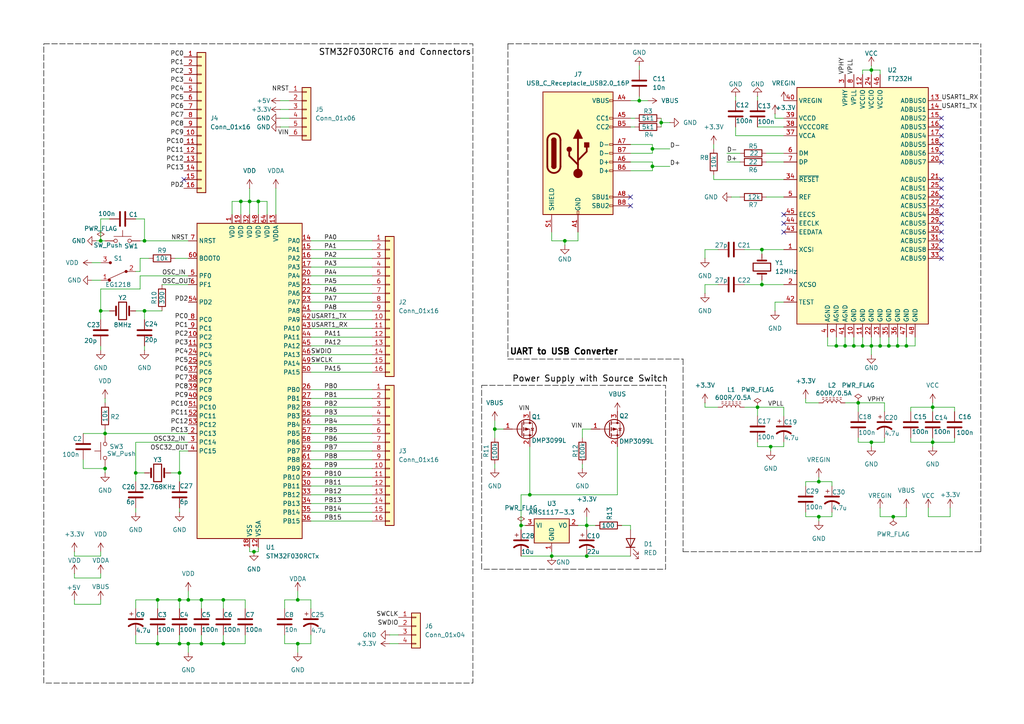
<source format=kicad_sch>
(kicad_sch (version 20250114) (generator "eeschema") (generator_version "9.0")
  (paper "A4")
  (title_block (title "STM32F030 Dev Board") (date "2025-04-29") (rev "v0.1") (comment 4 "Author: Alvin La"))
  (rectangle (start 12.7 12.7) (end 137.16 198.12) (stroke (width 0) (type dash) (color 0 0 0 1)))
  (rectangle (start 139.7 111.76) (end 193.04 165.1) (stroke (width 0) (type dash) (color 0 0 0 1)))
  (text "UART to USB Converter" (at 163.576 102.108 0) (effects (font (size 1.778 1.778) (thickness 0.3556) (bold yes))))
  (text "STM32F030RCT6 and Connectors" (at 114.554 15.24 0) (effects (font (size 1.778 1.778) (thickness 0.2223))))
  (text "Power Supply with Source Switch" (at 171.196 109.982 0) (effects (font (size 1.778 1.778) (thickness 0.2223))))
  (junction (at 58.42 173.99))
  (junction (at 252.73 20.32))
  (junction (at 29.21 69.85))
  (junction (at 30.48 135.89))
  (junction (at 185.42 29.21))
  (junction (at 86.36 173.99))
  (junction (at 191.77 35.56))
  (junction (at 52.07 137.16))
  (junction (at 189.23 48.26))
  (junction (at 247.65 100.33))
  (junction (at 270.51 118.11))
  (junction (at 52.07 173.99))
  (junction (at 237.49 139.7))
  (junction (at 237.49 149.86))
  (junction (at 73.66 160.02))
  (junction (at 160.02 161.29))
  (junction (at 220.98 82.55))
  (junction (at 54.61 186.69))
  (junction (at 255.27 100.33))
  (junction (at 30.48 125.73))
  (junction (at 189.23 43.18))
  (junction (at 45.72 186.69))
  (junction (at 58.42 186.69))
  (junction (at 220.98 72.39))
  (junction (at 250.19 100.33))
  (junction (at 170.18 161.29))
  (junction (at 223.52 129.54))
  (junction (at 64.77 173.99))
  (junction (at 74.93 58.42))
  (junction (at 69.85 58.42))
  (junction (at 52.07 186.69))
  (junction (at 245.11 100.33))
  (junction (at 39.37 137.16))
  (junction (at 54.61 173.99))
  (junction (at 143.51 124.46))
  (junction (at 41.91 69.85))
  (junction (at 270.51 128.27))
  (junction (at 29.21 90.17))
  (junction (at 248.92 116.84))
  (junction (at 242.57 100.33))
  (junction (at 64.77 186.69))
  (junction (at 72.39 58.42))
  (junction (at 45.72 173.99))
  (junction (at 86.36 186.69))
  (junction (at 252.73 100.33))
  (junction (at 262.89 100.33))
  (junction (at 252.73 128.27))
  (junction (at 257.81 100.33))
  (junction (at 41.91 90.17))
  (junction (at 259.08 149.86))
  (junction (at 163.83 69.85))
  (junction (at 151.13 152.4))
  (junction (at 219.71 118.11))
  (junction (at 153.67 143.51))
  (junction (at 170.18 152.4))
  (junction (at 260.35 100.33))
  (no_connect (at 273.05 44.45))
  (no_connect (at 227.33 64.77))
  (no_connect (at 273.05 52.07))
  (no_connect (at 273.05 54.61))
  (no_connect (at 273.05 57.15))
  (no_connect (at 182.88 59.69))
  (no_connect (at 273.05 59.69))
  (no_connect (at 273.05 64.77))
  (no_connect (at 273.05 62.23))
  (no_connect (at 227.33 62.23))
  (no_connect (at 273.05 67.31))
  (no_connect (at 273.05 36.83))
  (no_connect (at 273.05 69.85))
  (no_connect (at 273.05 72.39))
  (no_connect (at 273.05 34.29))
  (no_connect (at 273.05 39.37))
  (no_connect (at 273.05 41.91))
  (no_connect (at 273.05 74.93))
  (no_connect (at 53.34 52.07))
  (no_connect (at 182.88 57.15))
  (no_connect (at 273.05 46.99))
  (no_connect (at 227.33 67.31))
  (wire (pts (xy 215.9 118.11) (xy 219.71 118.11)))
  (wire (pts (xy 222.25 46.99) (xy 227.33 46.99)))
  (wire (pts (xy 69.85 58.42) (xy 69.85 62.23)))
  (wire (pts (xy 270.51 128.27) (xy 270.51 129.54)))
  (wire (pts (xy 240.03 100.33) (xy 242.57 100.33)))
  (wire (pts (xy 72.39 160.02) (xy 73.66 160.02)))
  (wire (pts (xy 233.68 116.84) (xy 237.49 116.84)))
  (wire (pts (xy 227.33 118.11) (xy 219.71 118.11)))
  (wire (pts (xy 250.19 21.59) (xy 250.19 20.32)))
  (wire (pts (xy 241.3 140.97) (xy 241.3 139.7)))
  (wire (pts (xy 252.73 20.32) (xy 252.73 21.59)))
  (wire (pts (xy 256.54 116.84) (xy 248.92 116.84)))
  (wire (pts (xy 182.88 46.99) (xy 189.23 46.99)))
  (wire (pts (xy 204.47 116.84) (xy 204.47 118.11)))
  (wire (pts (xy 204.47 82.55) (xy 204.47 85.09)))
  (wire (pts (xy 255.27 147.32) (xy 255.27 149.86)))
  (wire (pts (xy 224.79 33.02) (xy 224.79 34.29)))
  (wire (pts (xy 220.98 82.55) (xy 227.33 82.55)))
  (wire (pts (xy 21.59 167.64) (xy 29.21 167.64)))
  (wire (pts (xy 220.98 72.39) (xy 227.33 72.39)))
  (wire (pts (xy 54.61 171.45) (xy 54.61 173.99)))
  (wire (pts (xy 248.92 116.84) (xy 248.92 119.38)))
  (wire (pts (xy 39.37 147.32) (xy 39.37 148.59)))
  (wire (pts (xy 227.33 120.65) (xy 227.33 118.11)))
  (wire (pts (xy 24.13 135.89) (xy 30.48 135.89)))
  (wire (pts (xy 237.49 149.86) (xy 237.49 151.13)))
  (wire (pts (xy 182.88 44.45) (xy 189.23 44.45)))
  (wire (pts (xy 30.48 124.46) (xy 30.48 125.73)))
  (wire (pts (xy 90.17 105.41) (xy 107.95 105.41)))
  (wire (pts (xy 21.59 160.02) (xy 21.59 161.29)))
  (wire (pts (xy 39.37 78.74) (xy 40.64 78.74)))
  (wire (pts (xy 219.71 27.94) (xy 219.71 29.21)))
  (wire (pts (xy 71.12 186.69) (xy 64.77 186.69)))
  (wire (pts (xy 90.17 176.53) (xy 90.17 173.99)))
  (wire (pts (xy 179.07 129.54) (xy 179.07 143.51)))
  (wire (pts (xy 264.16 118.11) (xy 270.51 118.11)))
  (wire (pts (xy 219.71 36.83) (xy 227.33 36.83)))
  (wire (pts (xy 241.3 148.59) (xy 241.3 149.86)))
  (wire (pts (xy 45.72 186.69) (xy 52.07 186.69)))
  (wire (pts (xy 189.23 48.26) (xy 189.23 49.53)))
  (wire (pts (xy 90.17 135.89) (xy 107.95 135.89)))
  (wire (pts (xy 72.39 58.42) (xy 74.93 58.42)))
  (wire (pts (xy 207.01 41.91) (xy 207.01 43.18)))
  (wire (pts (xy 90.17 77.47) (xy 107.95 77.47)))
  (wire (pts (xy 255.27 149.86) (xy 259.08 149.86)))
  (wire (pts (xy 90.17 148.59) (xy 107.95 148.59)))
  (wire (pts (xy 189.23 49.53) (xy 182.88 49.53)))
  (wire (pts (xy 52.07 147.32) (xy 52.07 148.59)))
  (wire (pts (xy 41.91 69.85) (xy 40.64 69.85)))
  (wire (pts (xy 41.91 63.5) (xy 41.91 69.85)))
  (wire (pts (xy 255.27 97.79) (xy 255.27 100.33)))
  (wire (pts (xy 113.03 186.69) (xy 115.57 186.69)))
  (wire (pts (xy 90.17 97.79) (xy 107.95 97.79)))
  (wire (pts (xy 264.16 127) (xy 264.16 128.27)))
  (wire (pts (xy 151.13 152.4) (xy 152.4 152.4)))
  (wire (pts (xy 262.89 147.32) (xy 262.89 149.86)))
  (wire (pts (xy 39.37 90.17) (xy 41.91 90.17)))
  (wire (pts (xy 41.91 69.85) (xy 54.61 69.85)))
  (wire (pts (xy 215.9 82.55) (xy 220.98 82.55)))
  (wire (pts (xy 64.77 184.15) (xy 64.77 186.69)))
  (wire (pts (xy 160.02 67.31) (xy 160.02 69.85)))
  (wire (pts (xy 269.24 147.32) (xy 269.24 149.86)))
  (wire (pts (xy 276.86 127) (xy 276.86 128.27)))
  (wire (pts (xy 90.17 74.93) (xy 107.95 74.93)))
  (wire (pts (xy 50.8 74.93) (xy 54.61 74.93)))
  (wire (pts (xy 69.85 58.42) (xy 72.39 58.42)))
  (wire (pts (xy 39.37 176.53) (xy 39.37 173.99)))
  (wire (pts (xy 52.07 186.69) (xy 54.61 186.69)))
  (wire (pts (xy 257.81 97.79) (xy 257.81 100.33)))
  (wire (pts (xy 40.64 80.01) (xy 40.64 83.82)))
  (wire (pts (xy 210.82 44.45) (xy 214.63 44.45)))
  (wire (pts (xy 223.52 129.54) (xy 223.52 130.81)))
  (wire (pts (xy 270.51 118.11) (xy 270.51 119.38)))
  (wire (pts (xy 54.61 173.99) (xy 52.07 173.99)))
  (wire (pts (xy 90.17 133.35) (xy 107.95 133.35)))
  (wire (pts (xy 220.98 72.39) (xy 220.98 73.66)))
  (wire (pts (xy 185.42 27.94) (xy 185.42 29.21)))
  (polyline (pts (xy 147.32 12.7) (xy 147.32 104.14)) (stroke (width 0) (type dash) (color 0 0 0 1)))
  (wire (pts (xy 24.13 133.35) (xy 24.13 135.89)))
  (wire (pts (xy 224.79 87.63) (xy 224.79 90.17)))
  (wire (pts (xy 189.23 43.18) (xy 189.23 44.45)))
  (wire (pts (xy 250.19 100.33) (xy 252.73 100.33)))
  (wire (pts (xy 212.09 57.15) (xy 214.63 57.15)))
  (wire (pts (xy 257.81 100.33) (xy 255.27 100.33)))
  (wire (pts (xy 39.37 186.69) (xy 45.72 186.69)))
  (wire (pts (xy 74.93 158.75) (xy 74.93 160.02)))
  (wire (pts (xy 151.13 143.51) (xy 151.13 152.4)))
  (wire (pts (xy 82.55 173.99) (xy 86.36 173.99)))
  (wire (pts (xy 170.18 152.4) (xy 172.72 152.4)))
  (wire (pts (xy 90.17 123.19) (xy 107.95 123.19)))
  (wire (pts (xy 40.64 80.01) (xy 54.61 80.01)))
  (wire (pts (xy 168.91 124.46) (xy 171.45 124.46)))
  (polyline (pts (xy 198.12 160.02) (xy 284.48 160.02)) (stroke (width 0) (type dash) (color 0 0 0 1)))
  (polyline (pts (xy 198.12 104.14) (xy 198.12 160.02)) (stroke (width 0) (type dash) (color 0 0 0 1)))
  (wire (pts (xy 39.37 128.27) (xy 39.37 137.16)))
  (wire (pts (xy 90.17 113.03) (xy 107.95 113.03)))
  (wire (pts (xy 41.91 100.33) (xy 41.91 101.6)))
  (wire (pts (xy 233.68 115.57) (xy 233.68 116.84)))
  (wire (pts (xy 179.07 143.51) (xy 153.67 143.51)))
  (wire (pts (xy 262.89 100.33) (xy 260.35 100.33)))
  (wire (pts (xy 90.17 184.15) (xy 90.17 186.69)))
  (wire (pts (xy 54.61 186.69) (xy 54.61 189.23)))
  (wire (pts (xy 82.55 176.53) (xy 82.55 173.99)))
  (wire (pts (xy 39.37 137.16) (xy 39.37 139.7)))
  (wire (pts (xy 185.42 29.21) (xy 187.96 29.21)))
  (wire (pts (xy 250.19 97.79) (xy 250.19 100.33)))
  (wire (pts (xy 264.16 119.38) (xy 264.16 118.11)))
  (wire (pts (xy 185.42 19.05) (xy 185.42 20.32)))
  (wire (pts (xy 233.68 149.86) (xy 237.49 149.86)))
  (wire (pts (xy 256.54 127) (xy 256.54 128.27)))
  (wire (pts (xy 40.64 74.93) (xy 40.64 78.74)))
  (wire (pts (xy 219.71 129.54) (xy 223.52 129.54)))
  (wire (pts (xy 240.03 97.79) (xy 240.03 100.33)))
  (wire (pts (xy 90.17 87.63) (xy 107.95 87.63)))
  (wire (pts (xy 182.88 41.91) (xy 189.23 41.91)))
  (wire (pts (xy 29.21 63.5) (xy 31.75 63.5)))
  (wire (pts (xy 64.77 173.99) (xy 58.42 173.99)))
  (wire (pts (xy 29.21 175.26) (xy 29.21 173.99)))
  (wire (pts (xy 39.37 63.5) (xy 41.91 63.5)))
  (wire (pts (xy 90.17 95.25) (xy 107.95 95.25)))
  (wire (pts (xy 49.53 137.16) (xy 52.07 137.16)))
  (wire (pts (xy 256.54 128.27) (xy 252.73 128.27)))
  (wire (pts (xy 151.13 161.29) (xy 160.02 161.29)))
  (wire (pts (xy 224.79 34.29) (xy 227.33 34.29)))
  (wire (pts (xy 160.02 161.29) (xy 170.18 161.29)))
  (wire (pts (xy 72.39 54.61) (xy 72.39 58.42)))
  (wire (pts (xy 90.17 92.71) (xy 107.95 92.71)))
  (wire (pts (xy 71.12 173.99) (xy 64.77 173.99)))
  (wire (pts (xy 213.36 39.37) (xy 213.36 36.83)))
  (wire (pts (xy 26.67 76.2) (xy 29.21 76.2)))
  (wire (pts (xy 160.02 160.02) (xy 160.02 161.29)))
  (wire (pts (xy 43.18 74.93) (xy 40.64 74.93)))
  (wire (pts (xy 191.77 34.29) (xy 191.77 35.56)))
  (wire (pts (xy 151.13 152.4) (xy 151.13 153.67)))
  (wire (pts (xy 90.17 85.09) (xy 107.95 85.09)))
  (wire (pts (xy 270.51 127) (xy 270.51 128.27)))
  (wire (pts (xy 219.71 118.11) (xy 219.71 120.65)))
  (wire (pts (xy 113.03 184.15) (xy 115.57 184.15)))
  (wire (pts (xy 248.92 127) (xy 248.92 128.27)))
  (wire (pts (xy 153.67 143.51) (xy 151.13 143.51)))
  (wire (pts (xy 270.51 116.84) (xy 270.51 118.11)))
  (wire (pts (xy 189.23 43.18) (xy 194.31 43.18)))
  (wire (pts (xy 41.91 137.16) (xy 39.37 137.16)))
  (wire (pts (xy 256.54 119.38) (xy 256.54 116.84)))
  (wire (pts (xy 81.28 36.83) (xy 83.82 36.83)))
  (wire (pts (xy 143.51 127) (xy 143.51 124.46)))
  (wire (pts (xy 81.28 29.21) (xy 83.82 29.21)))
  (wire (pts (xy 252.73 97.79) (xy 252.73 100.33)))
  (wire (pts (xy 30.48 69.85) (xy 29.21 69.85)))
  (wire (pts (xy 276.86 119.38) (xy 276.86 118.11)))
  (wire (pts (xy 248.92 128.27) (xy 252.73 128.27)))
  (wire (pts (xy 275.59 147.32) (xy 275.59 149.86)))
  (wire (pts (xy 237.49 139.7) (xy 241.3 139.7)))
  (wire (pts (xy 29.21 100.33) (xy 29.21 101.6)))
  (wire (pts (xy 213.36 27.94) (xy 213.36 29.21)))
  (wire (pts (xy 90.17 120.65) (xy 107.95 120.65)))
  (wire (pts (xy 86.36 186.69) (xy 86.36 189.23)))
  (wire (pts (xy 77.47 62.23) (xy 77.47 58.42)))
  (wire (pts (xy 245.11 97.79) (xy 245.11 100.33)))
  (wire (pts (xy 245.11 116.84) (xy 248.92 116.84)))
  (wire (pts (xy 90.17 69.85) (xy 107.95 69.85)))
  (wire (pts (xy 54.61 130.81) (xy 52.07 130.81)))
  (wire (pts (xy 262.89 97.79) (xy 262.89 100.33)))
  (wire (pts (xy 160.02 69.85) (xy 163.83 69.85)))
  (wire (pts (xy 21.59 175.26) (xy 29.21 175.26)))
  (wire (pts (xy 58.42 173.99) (xy 54.61 173.99)))
  (wire (pts (xy 143.51 134.62) (xy 143.51 135.89)))
  (wire (pts (xy 260.35 100.33) (xy 257.81 100.33)))
  (wire (pts (xy 265.43 97.79) (xy 265.43 100.33)))
  (wire (pts (xy 170.18 161.29) (xy 182.88 161.29)))
  (wire (pts (xy 252.73 100.33) (xy 252.73 102.87)))
  (wire (pts (xy 58.42 176.53) (xy 58.42 173.99)))
  (wire (pts (xy 250.19 20.32) (xy 252.73 20.32)))
  (wire (pts (xy 29.21 63.5) (xy 29.21 69.85)))
  (wire (pts (xy 72.39 58.42) (xy 72.39 62.23)))
  (wire (pts (xy 237.49 149.86) (xy 241.3 149.86)))
  (wire (pts (xy 227.33 39.37) (xy 213.36 39.37)))
  (wire (pts (xy 143.51 121.92) (xy 143.51 124.46)))
  (wire (pts (xy 39.37 184.15) (xy 39.37 186.69)))
  (wire (pts (xy 265.43 100.33) (xy 262.89 100.33)))
  (wire (pts (xy 182.88 152.4) (xy 182.88 153.67)))
  (wire (pts (xy 247.65 100.33) (xy 250.19 100.33)))
  (wire (pts (xy 58.42 184.15) (xy 58.42 186.69)))
  (wire (pts (xy 233.68 148.59) (xy 233.68 149.86)))
  (wire (pts (xy 208.28 82.55) (xy 204.47 82.55)))
  (wire (pts (xy 170.18 152.4) (xy 170.18 153.67)))
  (wire (pts (xy 168.91 127) (xy 168.91 124.46)))
  (wire (pts (xy 189.23 48.26) (xy 194.31 48.26)))
  (wire (pts (xy 80.01 54.61) (xy 80.01 62.23)))
  (wire (pts (xy 64.77 186.69) (xy 58.42 186.69)))
  (wire (pts (xy 90.17 107.95) (xy 107.95 107.95)))
  (wire (pts (xy 255.27 100.33) (xy 252.73 100.33)))
  (wire (pts (xy 54.61 186.69) (xy 58.42 186.69)))
  (wire (pts (xy 182.88 34.29) (xy 184.15 34.29)))
  (wire (pts (xy 71.12 184.15) (xy 71.12 186.69)))
  (wire (pts (xy 31.75 90.17) (xy 29.21 90.17)))
  (wire (pts (xy 74.93 58.42) (xy 74.93 62.23)))
  (wire (pts (xy 90.17 102.87) (xy 107.95 102.87)))
  (wire (pts (xy 191.77 35.56) (xy 194.31 35.56)))
  (wire (pts (xy 191.77 35.56) (xy 191.77 36.83)))
  (wire (pts (xy 222.25 57.15) (xy 227.33 57.15)))
  (wire (pts (xy 259.08 149.86) (xy 262.89 149.86)))
  (wire (pts (xy 81.28 34.29) (xy 83.82 34.29)))
  (wire (pts (xy 233.68 140.97) (xy 233.68 139.7)))
  (wire (pts (xy 227.33 128.27) (xy 227.33 129.54)))
  (wire (pts (xy 242.57 100.33) (xy 245.11 100.33)))
  (wire (pts (xy 67.31 62.23) (xy 67.31 58.42)))
  (wire (pts (xy 269.24 149.86) (xy 275.59 149.86)))
  (wire (pts (xy 276.86 128.27) (xy 270.51 128.27)))
  (wire (pts (xy 90.17 80.01) (xy 107.95 80.01)))
  (wire (pts (xy 204.47 72.39) (xy 204.47 74.93)))
  (wire (pts (xy 82.55 186.69) (xy 86.36 186.69)))
  (wire (pts (xy 237.49 138.43) (xy 237.49 139.7)))
  (wire (pts (xy 227.33 129.54) (xy 223.52 129.54)))
  (wire (pts (xy 81.28 31.75) (xy 83.82 31.75)))
  (wire (pts (xy 86.36 173.99) (xy 86.36 171.45)))
  (polyline (pts (xy 147.32 104.14) (xy 198.12 104.14)) (stroke (width 0) (type dash) (color 0 0 0 1)))
  (wire (pts (xy 24.13 125.73) (xy 30.48 125.73)))
  (polyline (pts (xy 284.48 160.02) (xy 284.48 12.7)) (stroke (width 0) (type dash) (color 0 0 0 1)))
  (wire (pts (xy 168.91 134.62) (xy 168.91 135.89)))
  (wire (pts (xy 21.59 161.29) (xy 29.21 161.29)))
  (wire (pts (xy 90.17 151.13) (xy 107.95 151.13)))
  (wire (pts (xy 82.55 184.15) (xy 82.55 186.69)))
  (wire (pts (xy 52.07 184.15) (xy 52.07 186.69)))
  (wire (pts (xy 219.71 128.27) (xy 219.71 129.54)))
  (wire (pts (xy 90.17 125.73) (xy 107.95 125.73)))
  (wire (pts (xy 247.65 97.79) (xy 247.65 100.33)))
  (wire (pts (xy 46.99 82.55) (xy 54.61 82.55)))
  (wire (pts (xy 255.27 20.32) (xy 252.73 20.32)))
  (wire (pts (xy 90.17 118.11) (xy 107.95 118.11)))
  (wire (pts (xy 220.98 81.28) (xy 220.98 82.55)))
  (wire (pts (xy 90.17 115.57) (xy 107.95 115.57)))
  (wire (pts (xy 41.91 90.17) (xy 41.91 92.71)))
  (wire (pts (xy 74.93 160.02) (xy 73.66 160.02)))
  (wire (pts (xy 90.17 140.97) (xy 107.95 140.97)))
  (wire (pts (xy 90.17 143.51) (xy 107.95 143.51)))
  (wire (pts (xy 90.17 90.17) (xy 107.95 90.17)))
  (wire (pts (xy 189.23 46.99) (xy 189.23 48.26)))
  (wire (pts (xy 252.73 19.05) (xy 252.73 20.32)))
  (wire (pts (xy 40.64 83.82) (xy 29.21 83.82)))
  (wire (pts (xy 90.17 138.43) (xy 107.95 138.43)))
  (wire (pts (xy 29.21 69.85) (xy 27.94 69.85)))
  (wire (pts (xy 21.59 173.99) (xy 21.59 175.26)))
  (wire (pts (xy 233.68 139.7) (xy 237.49 139.7)))
  (wire (pts (xy 210.82 46.99) (xy 214.63 46.99)))
  (wire (pts (xy 255.27 21.59) (xy 255.27 20.32)))
  (wire (pts (xy 227.33 87.63) (xy 224.79 87.63)))
  (wire (pts (xy 227.33 52.07) (xy 207.01 52.07)))
  (wire (pts (xy 29.21 166.37) (xy 29.21 167.64)))
  (wire (pts (xy 71.12 176.53) (xy 71.12 173.99)))
  (wire (pts (xy 252.73 128.27) (xy 252.73 129.54)))
  (wire (pts (xy 21.59 166.37) (xy 21.59 167.64)))
  (wire (pts (xy 90.17 130.81) (xy 107.95 130.81)))
  (wire (pts (xy 208.28 72.39) (xy 204.47 72.39)))
  (polyline (pts (xy 147.32 12.7) (xy 284.48 12.7)) (stroke (width 0) (type dash) (color 0 0 0 1)))
  (wire (pts (xy 52.07 130.81) (xy 52.07 137.16)))
  (wire (pts (xy 170.18 152.4) (xy 170.18 149.86)))
  (wire (pts (xy 182.88 29.21) (xy 185.42 29.21)))
  (wire (pts (xy 29.21 90.17) (xy 29.21 92.71)))
  (wire (pts (xy 54.61 128.27) (xy 39.37 128.27)))
  (wire (pts (xy 163.83 69.85) (xy 167.64 69.85)))
  (wire (pts (xy 67.31 58.42) (xy 69.85 58.42)))
  (wire (pts (xy 90.17 146.05) (xy 107.95 146.05)))
  (wire (pts (xy 86.36 186.69) (xy 90.17 186.69)))
  (wire (pts (xy 90.17 100.33) (xy 107.95 100.33)))
  (wire (pts (xy 90.17 128.27) (xy 107.95 128.27)))
  (wire (pts (xy 189.23 41.91) (xy 189.23 43.18)))
  (wire (pts (xy 167.64 152.4) (xy 170.18 152.4)))
  (wire (pts (xy 90.17 82.55) (xy 107.95 82.55)))
  (wire (pts (xy 52.07 176.53) (xy 52.07 173.99)))
  (wire (pts (xy 182.88 36.83) (xy 184.15 36.83)))
  (wire (pts (xy 260.35 97.79) (xy 260.35 100.33)))
  (wire (pts (xy 39.37 173.99) (xy 45.72 173.99)))
  (wire (pts (xy 64.77 176.53) (xy 64.77 173.99)))
  (wire (pts (xy 30.48 135.89) (xy 30.48 137.16)))
  (wire (pts (xy 29.21 83.82) (xy 29.21 90.17)))
  (wire (pts (xy 90.17 72.39) (xy 107.95 72.39)))
  (wire (pts (xy 245.11 100.33) (xy 247.65 100.33)))
  (wire (pts (xy 276.86 118.11) (xy 270.51 118.11)))
  (wire (pts (xy 264.16 128.27) (xy 270.51 128.27)))
  (wire (pts (xy 215.9 72.39) (xy 220.98 72.39)))
  (wire (pts (xy 180.34 152.4) (xy 182.88 152.4)))
  (wire (pts (xy 204.47 118.11) (xy 208.28 118.11)))
  (wire (pts (xy 41.91 90.17) (xy 46.99 90.17)))
  (wire (pts (xy 167.64 67.31) (xy 167.64 69.85)))
  (wire (pts (xy 90.17 173.99) (xy 86.36 173.99)))
  (wire (pts (xy 242.57 97.79) (xy 242.57 100.33)))
  (wire (pts (xy 77.47 58.42) (xy 74.93 58.42)))
  (wire (pts (xy 153.67 129.54) (xy 153.67 143.51)))
  (wire (pts (xy 52.07 173.99) (xy 45.72 173.99)))
  (wire (pts (xy 29.21 160.02) (xy 29.21 161.29)))
  (wire (pts (xy 207.01 52.07) (xy 207.01 50.8)))
  (wire (pts (xy 143.51 124.46) (xy 146.05 124.46)))
  (wire (pts (xy 52.07 137.16) (xy 52.07 139.7)))
  (wire (pts (xy 72.39 158.75) (xy 72.39 160.02)))
  (wire (pts (xy 26.67 81.28) (xy 29.21 81.28)))
  (wire (pts (xy 45.72 184.15) (xy 45.72 186.69)))
  (wire (pts (xy 163.83 69.85) (xy 163.83 71.12)))
  (wire (pts (xy 30.48 125.73) (xy 54.61 125.73)))
  (wire (pts (xy 222.25 44.45) (xy 227.33 44.45)))
  (wire (pts (xy 30.48 115.57) (xy 30.48 116.84)))
  (wire (pts (xy 45.72 176.53) (xy 45.72 173.99)))
  (label "PB13" (at 93.98 146.05 0))
  (label "SWCLK" (at 90.17 105.41 0))
  (label "PC13" (at 53.34 49.53 180))
  (label "PC7" (at 53.34 34.29 180))
  (label "SWCLK" (at 115.57 179.07 180))
  (label "PB5" (at 93.98 125.73 0))
  (label "PB10" (at 93.98 138.43 0))
  (label "PC9" (at 54.61 115.57 180))
  (label "PA12" (at 93.98 100.33 0))
  (label "PA11" (at 93.98 97.79 0))
  (label "PC4" (at 54.61 102.87 180))
  (label "OSC_OUT" (at 46.99 82.55 0))
  (label "NRST" (at 83.82 26.67 180))
  (label "PC13" (at 54.61 125.73 180))
  (label "PB4" (at 93.98 123.19 0))
  (label "OSC_IN" (at 46.99 80.01 0))
  (label "VPLL" (at 247.65 21.59 90))
  (label "PA7" (at 93.98 87.63 0))
  (label "PB14" (at 93.98 148.59 0))
  (label "PC9" (at 53.34 39.37 180))
  (label "PC1" (at 53.34 19.05 180))
  (label "PA1" (at 93.98 72.39 0))
  (label "VIN" (at 83.82 39.37 180))
  (label "PB11" (at 93.98 140.97 0))
  (label "SWDIO" (at 115.57 181.61 180))
  (label "USART1_TX" (at 90.17 92.71 0))
  (label "VPLL" (at 227.33 118.11 180))
  (label "PD2" (at 54.61 87.63 180))
  (label "PA15" (at 93.98 107.95 0))
  (label "PC8" (at 53.34 36.83 180))
  (label "PB8" (at 93.98 133.35 0))
  (label "OSC32_OUT" (at 54.61 130.81 180))
  (label "OSC32_IN" (at 44.45 128.27 0))
  (label "D-" (at 210.82 44.45 0))
  (label "PC0" (at 53.34 16.51 180))
  (label "PB3" (at 93.98 120.65 0))
  (label "PC12" (at 53.34 46.99 180))
  (label "PC10" (at 54.61 118.11 180))
  (label "USART1_RX" (at 273.05 29.21 0))
  (label "D-" (at 194.31 43.18 0))
  (label "PC2" (at 54.61 97.79 180))
  (label "VPHY" (at 256.54 116.84 180))
  (label "PB0" (at 93.98 113.03 0))
  (label "PD2" (at 53.34 54.61 180))
  (label "NRST" (at 54.61 69.85 180))
  (label "PA8" (at 93.98 90.17 0))
  (label "PC6" (at 54.61 107.95 180))
  (label "PC11" (at 54.61 120.65 180))
  (label "PC2" (at 53.34 21.59 180))
  (label "PA2" (at 93.98 74.93 0))
  (label "VIN" (at 168.91 124.46 180))
  (label "VIN" (at 153.67 119.38 180))
  (label "D+" (at 210.82 46.99 0))
  (label "PC5" (at 53.34 29.21 180))
  (label "PA6" (at 93.98 85.09 0))
  (label "PA0" (at 93.98 69.85 0))
  (label "PC10" (at 53.34 41.91 180))
  (label "SWDIO" (at 90.17 102.87 0))
  (label "PC5" (at 54.61 105.41 180))
  (label "PB15" (at 93.98 151.13 0))
  (label "PB7" (at 93.98 130.81 0))
  (label "USART1_RX" (at 90.17 95.25 0))
  (label "PC3" (at 54.61 100.33 180))
  (label "USART1_TX" (at 273.05 31.75 0))
  (label "PC4" (at 53.34 26.67 180))
  (label "PB12" (at 93.98 143.51 0))
  (label "PB9" (at 93.98 135.89 0))
  (label "PB1" (at 93.98 115.57 0))
  (label "PB6" (at 93.98 128.27 0))
  (label "PC3" (at 53.34 24.13 180))
  (label "VPHY" (at 245.11 21.59 90))
  (label "PC11" (at 53.34 44.45 180))
  (label "PA5" (at 93.98 82.55 0))
  (label "PC0" (at 54.61 92.71 180))
  (label "PC12" (at 54.61 123.19 180))
  (label "PC8" (at 54.61 113.03 180))
  (label "PA3" (at 93.98 77.47 0))
  (label "PC1" (at 54.61 95.25 180))
  (label "D+" (at 194.31 48.26 0))
  (label "PC6" (at 53.34 31.75 180))
  (label "PA4" (at 93.98 80.01 0))
  (label "PC7" (at 54.61 110.49 180))
  (label "PB2" (at 93.98 118.11 0))
  (symbol (lib_id "Device:Crystal") (at 45.72 137.16 180) (unit 1)
    (property "Reference" "Y3" (at 45.72 133.35 0))
    (property "Value" "32.768KHz" (at 45.72 141.224 0))
    (property "Footprint" "Crystal:Crystal_SMD_Abracon_ABS25-4Pin_8.0x3.8mm" (effects (hide yes)))
    (property "Description" "Two pin crystal" (effects (hide yes)))
  )
  (symbol (lib_id "Device:C") (at 41.91 96.52 0) (unit 1)
    (property "Reference" "C24" (at 41.91 93.98 0) (effects (justify left)))
    (property "Value" "20p" (at 41.91 98.552 0) (effects (justify left)))
    (property "Footprint" "Capacitor_SMD:C_0603_1608Metric_Pad1.08x0.95mm_HandSolder" (effects (hide yes)))
    (property "Description" "Unpolarized capacitor" (effects (hide yes)))
  )
  (symbol (lib_id "power:+5V") (at 21.59 173.99 0) (unit 1)
    (property "Reference" "#PWR065" (effects (hide yes)))
    (property "Value" "+5V" (at 19.304 170.434 0) (effects (justify left)))
    (property "Description" "Power symbol creates a global label with name \"+5V\"" (effects (hide yes)))
  )
  (symbol (lib_id "power:VCC") (at 252.73 19.05 0) (unit 1)
    (property "Reference" "#PWR022" (effects (hide yes)))
    (property "Value" "VCC" (at 252.73 15.494 0))
    (property "Description" "Power symbol creates a global label with name \"VCC\"" (effects (hide yes)))
  )
  (symbol (lib_id "power:+5V") (at 81.28 29.21 90) (unit 1)
    (property "Reference" "#PWR059" (effects (hide yes)))
    (property "Value" "+5V" (at 78.486 29.21 90) (effects (justify left)))
    (property "Description" "Power symbol creates a global label with name \"+5V\"" (effects (hide yes)))
  )
  (symbol (lib_id "power:GND") (at 41.91 101.6 0) (unit 1)
    (property "Reference" "#PWR033" (effects (hide yes)))
    (property "Value" "GND" (at 41.91 106.68 0))
    (property "Description" "Power symbol creates a global label with name \"GND\" , ground" (effects (hide yes)))
  )
  (symbol (lib_id "power:GND") (at 30.48 137.16 0) (unit 1)
    (property "Reference" "#PWR03" (effects (hide yes)))
    (property "Value" "GND" (at 30.48 142.24 0))
    (property "Description" "Power symbol creates a global label with name \"GND\" , ground" (effects (hide yes)))
  )
  (symbol (lib_id "Device:C_Polarized_US") (at 241.3 144.78 0) (unit 1)
    (property "Reference" "C30" (at 241.3 142.748 0) (effects (justify left)))
    (property "Value" "4.7u" (at 241.3 147.32 0) (effects (justify left)))
    (property "Footprint" "Capacitor_Tantalum_SMD:CP_EIA-3216-18_Kemet-A_Pad1.58x1.35mm_HandSolder" (effects (hide yes)))
    (property "Description" "Polarized capacitor, US symbol" (effects (hide yes)))
  )
  (symbol (lib_id "power:PWR_FLAG") (at 219.71 118.11 0) (unit 1)
    (property "Reference" "#FLG02" (effects (hide yes)))
    (property "Value" "PWR_FLAG" (at 219.71 113.03 0))
    (property "Description" "Special symbol for telling ERC where power comes from" (effects (hide yes)))
  )
  (symbol (lib_id "Connector_Generic:Conn_01x06") (at 88.9 31.75 0) (unit 1)
    (property "Reference" "J5" (at 91.44 31.7499 0) (effects (justify left)))
    (property "Value" "Conn_01x06" (at 91.44 34.2899 0) (effects (justify left)))
    (property "Footprint" "Connector_PinSocket_2.54mm:PinSocket_1x06_P2.54mm_Vertical" (effects (hide yes)))
    (property "Description" "Generic connector, single row, 01x06, script generated (kicad-library-utils/schlib/autogen/connector/)" (effects (hide yes)))
  )
  (symbol (lib_id "power:VDD") (at 72.39 54.61 0) (unit 1)
    (property "Reference" "#PWR038" (effects (hide yes)))
    (property "Value" "VDD" (at 72.39 49.53 0))
    (property "Description" "Power symbol creates a global label with name \"VDD\"" (effects (hide yes)))
  )
  (symbol (lib_id "Switch:SW_Push") (at 30.48 130.81 90) (unit 1)
    (property "Reference" "SW3" (at 31.75 129.5399 90) (effects (justify right)))
    (property "Value" "SW_Push" (at 30.988 131.572 90) (effects (justify right)))
    (property "Footprint" "Button_Switch_THT:SW_PUSH_6mm_H5mm" (effects (hide yes)))
    (property "Description" "Push button switch, generic, two pins" (effects (hide yes)))
  )
  (symbol (lib_id "Device:C") (at 24.13 129.54 0) (unit 1)
    (property "Reference" "C2" (at 21.082 127.254 0) (effects (justify left)))
    (property "Value" "100n" (at 18.034 131.826 0) (effects (justify left)))
    (property "Footprint" "Capacitor_SMD:C_0402_1005Metric_Pad0.74x0.62mm_HandSolder" (effects (hide yes)))
    (property "Description" "Unpolarized capacitor" (effects (hide yes)))
  )
  (symbol (lib_id "Device:C") (at 71.12 180.34 0) (unit 1)
    (property "Reference" "C7" (at 71.12 178.308 0) (effects (justify left)))
    (property "Value" "100n" (at 71.12 182.626 0) (effects (justify left)))
    (property "Footprint" "Capacitor_SMD:C_0402_1005Metric_Pad0.74x0.62mm_HandSolder" (effects (hide yes)))
    (property "Description" "Unpolarized capacitor" (effects (hide yes)))
  )
  (symbol (lib_id "Connector_Generic:Conn_01x16") (at 58.42 34.29 0) (unit 1)
    (property "Reference" "J4" (at 60.96 34.2899 0) (effects (justify left)))
    (property "Value" "Conn_01x16" (at 60.96 36.8299 0) (effects (justify left)))
    (property "Footprint" "Connector_PinSocket_2.54mm:PinSocket_1x16_P2.54mm_Vertical" (effects (hide yes)))
    (property "Description" "Generic connector, single row, 01x16, script generated (kicad-library-utils/schlib/autogen/connector/)" (effects (hide yes)))
  )
  (symbol (lib_id "Transistor_FET:DMP3099L") (at 151.13 124.46 0) (unit 1)
    (property "Reference" "Q1" (at 154.178 120.904 0) (effects (justify left)))
    (property "Value" "DMP3099L" (at 154.178 127.762 0) (effects (justify left)))
    (property "Footprint" "Package_TO_SOT_SMD:SOT-23" (effects (hide yes)))
    (property "Datasheet" "https://www.diodes.com/assets/Datasheets/DMP3099L.pdf" (effects (hide yes)))
    (property "Description" "-3.8A Id, -30V Vds, P-Channel MOSFET, SOT-23" (effects (hide yes)))
  )
  (symbol (lib_id "Connector:USB_C_Receptacle_USB2.0_16P") (at 167.64 44.45 0) (unit 1)
    (property "Reference" "J7" (at 167.64 21.59 0))
    (property "Value" "USB_C_Receptacle_USB2.0_16P" (at 167.64 24.13 0))
    (property "Footprint" "Connector_USB:USB_C_Receptacle_GCT_USB4105-xx-A_16P_TopMnt_Horizontal" (effects (hide yes)))
    (property "Datasheet" "https://www.usb.org/sites/default/files/documents/usb_type-c.zip" (effects (hide yes)))
    (property "Description" "USB 2.0-only 16P Type-C Receptacle connector" (effects (hide yes)))
  )
  (symbol (lib_id "Device:Crystal") (at 220.98 77.47 270) (unit 1)
    (property "Reference" "Y1" (at 224.79 76.1999 90) (effects (justify left)))
    (property "Value" "12MHz" (at 224.79 78.7399 90) (effects (justify left)))
    (property "Footprint" "Crystal:Crystal_HC49-4H_Vertical" (effects (hide yes)))
    (property "Description" "Two pin crystal" (effects (hide yes)))
  )
  (symbol (lib_id "power:+3.3V") (at 207.01 41.91 0) (unit 1)
    (property "Reference" "#PWR029" (effects (hide yes)))
    (property "Value" "+3.3V" (at 207.01 36.83 0))
    (property "Description" "Power symbol creates a global label with name \"+3.3V\"" (effects (hide yes)))
  )
  (symbol (lib_id "Device:C") (at 213.36 33.02 0) (unit 1)
    (property "Reference" "C12" (at 213.36 30.48 0) (effects (justify left)))
    (property "Value" "100n" (at 213.36 35.052 0) (effects (justify left)))
    (property "Footprint" "Capacitor_SMD:C_0402_1005Metric_Pad0.74x0.62mm_HandSolder" (effects (hide yes)))
    (property "Description" "Unpolarized capacitor" (effects (hide yes)))
  )
  (symbol (lib_id "power:VCC") (at 237.49 138.43 0) (unit 1)
    (property "Reference" "#PWR09" (effects (hide yes)))
    (property "Value" "VREGIN" (at 237.49 133.35 0))
    (property "Description" "Power symbol creates a global label with name \"VCC\"" (effects (hide yes)))
  )
  (symbol (lib_id "Device:R") (at 30.48 120.65 180) (unit 1)
    (property "Reference" "R2" (at 32.004 120.904 0) (effects (justify right)))
    (property "Value" "10k" (at 30.48 122.428 90) (effects (justify right)))
    (property "Footprint" "Resistor_SMD:R_0603_1608Metric_Pad0.98x0.95mm_HandSolder" (effects (hide yes)))
    (property "Description" "Resistor" (effects (hide yes)))
  )
  (symbol (lib_id "power:VDDA") (at 86.36 171.45 0) (unit 1)
    (property "Reference" "#PWR035" (effects (hide yes)))
    (property "Value" "VDDA" (at 86.36 167.894 0))
    (property "Description" "Power symbol creates a global label with name \"VDDA\"" (effects (hide yes)))
  )
  (symbol (lib_id "Device:C") (at 45.72 180.34 0) (unit 1)
    (property "Reference" "C3" (at 45.72 178.308 0) (effects (justify left)))
    (property "Value" "100n" (at 45.72 182.626 0) (effects (justify left)))
    (property "Footprint" "Capacitor_SMD:C_0402_1005Metric_Pad0.74x0.62mm_HandSolder" (effects (hide yes)))
    (property "Description" "Unpolarized capacitor" (effects (hide yes)))
  )
  (symbol (lib_id "Device:C_Polarized_US") (at 90.17 180.34 0) (unit 1)
    (property "Reference" "C25" (at 90.17 178.308 0) (effects (justify left)))
    (property "Value" "4.7u" (at 90.17 182.88 0) (effects (justify left)))
    (property "Footprint" "Capacitor_Tantalum_SMD:CP_EIA-3216-18_Kemet-A_Pad1.58x1.35mm_HandSolder" (effects (hide yes)))
    (property "Description" "Polarized capacitor, US symbol" (effects (hide yes)))
  )
  (symbol (lib_id "Device:R") (at 46.99 74.93 270) (unit 1)
    (property "Reference" "R9" (at 46.99 72.644 90))
    (property "Value" "10k" (at 46.99 74.93 90))
    (property "Footprint" "Resistor_SMD:R_0603_1608Metric_Pad0.98x0.95mm_HandSolder" (effects (hide yes)))
    (property "Description" "Resistor" (effects (hide yes)))
  )
  (symbol (lib_id "Device:C_Polarized_US") (at 39.37 180.34 0) (unit 1)
    (property "Reference" "C9" (at 39.37 178.308 0) (effects (justify left)))
    (property "Value" "4.7u" (at 39.37 182.88 0) (effects (justify left)))
    (property "Footprint" "Capacitor_Tantalum_SMD:CP_EIA-3216-18_Kemet-A_Pad1.58x1.35mm_HandSolder" (effects (hide yes)))
    (property "Description" "Polarized capacitor, US symbol" (effects (hide yes)))
  )
  (symbol (lib_id "power:GND") (at 26.67 81.28 270) (unit 1)
    (property "Reference" "#PWR08" (effects (hide yes)))
    (property "Value" "GND" (at 21.59 81.28 90))
    (property "Description" "Power symbol creates a global label with name \"GND\" , ground" (effects (hide yes)))
  )
  (symbol (lib_id "power:GND") (at 185.42 19.05 180) (unit 1)
    (property "Reference" "#PWR014" (effects (hide yes)))
    (property "Value" "GND" (at 185.42 15.24 0))
    (property "Description" "Power symbol creates a global label with name \"GND\" , ground" (effects (hide yes)))
  )
  (symbol (lib_id "power:+3.3V") (at 233.68 115.57 0) (unit 1)
    (property "Reference" "#PWR025" (effects (hide yes)))
    (property "Value" "+3.3V" (at 233.68 110.49 0))
    (property "Description" "Power symbol creates a global label with name \"+3.3V\"" (effects (hide yes)))
  )
  (symbol (lib_id "power:GND") (at 27.94 69.85 270) (unit 1)
    (property "Reference" "#PWR01" (effects (hide yes)))
    (property "Value" "GND" (at 22.86 69.85 90))
    (property "Description" "Power symbol creates a global label with name \"GND\" , ground" (effects (hide yes)))
  )
  (symbol (lib_id "power:PWR_FLAG") (at 151.13 152.4 0) (unit 1)
    (property "Reference" "#FLG01" (effects (hide yes)))
    (property "Value" "PWR_FLAG" (at 151.13 147.32 0))
    (property "Description" "Special symbol for telling ERC where power comes from" (effects (hide yes)))
  )
  (symbol (lib_id "Device:R") (at 187.96 34.29 90) (unit 1)
    (property "Reference" "R3" (at 187.96 32.258 90))
    (property "Value" "5k1" (at 187.96 34.29 90))
    (property "Footprint" "Resistor_SMD:R_0603_1608Metric_Pad0.98x0.95mm_HandSolder" (effects (hide yes)))
    (property "Description" "Resistor" (effects (hide yes)))
  )
  (symbol (lib_id "power:GND") (at 194.31 35.56 90) (unit 1)
    (property "Reference" "#PWR016" (effects (hide yes)))
    (property "Value" "GND" (at 198.12 35.5599 90) (effects (justify right)))
    (property "Description" "Power symbol creates a global label with name \"GND\" , ground" (effects (hide yes)))
  )
  (symbol (lib_id "Device:C") (at 264.16 123.19 0) (unit 1)
    (property "Reference" "C15" (at 264.922 120.904 0) (effects (justify left)))
    (property "Value" "100n" (at 264.414 125.222 0) (effects (justify left)))
    (property "Footprint" "Capacitor_SMD:C_0402_1005Metric_Pad0.74x0.62mm_HandSolder" (effects (hide yes)))
    (property "Description" "Unpolarized capacitor" (effects (hide yes)))
  )
  (symbol (lib_id "Interface_USB:FT232H") (at 250.19 59.69 0) (unit 1)
    (property "Reference" "U2" (at 257.4133 20.32 0) (effects (justify left)))
    (property "Value" "FT232H" (at 257.4133 22.86 0) (effects (justify left)))
    (property "Footprint" "Package_QFP:LQFP-48_7x7mm_P0.5mm" (effects (hide yes)))
    (property "Datasheet" "https://www.ftdichip.com/Support/Documents/DataSheets/ICs/DS_FT232H.pdf" (effects (hide yes)))
    (property "Description" "Hi Speed Single Channel USB UART/FIFO, LQFP/QFN-48" (effects (hide yes)))
  )
  (symbol (lib_id "Device:C") (at 233.68 144.78 0) (unit 1)
    (property "Reference" "C29" (at 233.68 142.494 0) (effects (justify left)))
    (property "Value" "100n" (at 233.68 147.066 0) (effects (justify left)))
    (property "Footprint" "Capacitor_SMD:C_0402_1005Metric_Pad0.74x0.62mm_HandSolder" (effects (hide yes)))
    (property "Description" "Unpolarized capacitor" (effects (hide yes)))
  )
  (symbol (lib_id "power:VBUS") (at 262.89 147.32 0) (unit 1)
    (property "Reference" "#PWR063" (effects (hide yes)))
    (property "Value" "VBUS" (at 262.89 142.24 0))
    (property "Description" "Power symbol creates a global label with name \"VBUS\"" (effects (hide yes)))
  )
  (symbol (lib_id "power:GND") (at 163.83 71.12 0) (unit 1)
    (property "Reference" "#PWR015" (effects (hide yes)))
    (property "Value" "GND" (at 163.83 75.184 0))
    (property "Description" "Power symbol creates a global label with name \"GND\" , ground" (effects (hide yes)))
  )
  (symbol (lib_id "Device:L_Ferrite") (at 241.3 116.84 90) (unit 1)
    (property "Reference" "L2" (at 241.3 111.76 90))
    (property "Value" "600R/0.5A" (at 241.808 114.046 90))
    (property "Footprint" "Inductor_SMD:L_1206_3216Metric_Pad1.22x1.90mm_HandSolder" (effects (hide yes)))
    (property "Description" "Inductor with ferrite core" (effects (hide yes)))
  )
  (symbol (lib_id "Device:R") (at 207.01 46.99 180) (unit 1)
    (property "Reference" "R8" (at 202.946 45.72 0) (effects (justify right)))
    (property "Value" "10k" (at 207.01 48.768 90) (effects (justify right)))
    (property "Footprint" "Resistor_SMD:R_0603_1608Metric_Pad0.98x0.95mm_HandSolder" (effects (hide yes)))
    (property "Description" "Resistor" (effects (hide yes)))
  )
  (symbol (lib_id "Device:R") (at 143.51 130.81 180) (unit 1)
    (property "Reference" "R11" (at 140.97 130.81 90))
    (property "Value" "100k" (at 143.51 130.81 90))
    (property "Footprint" "Resistor_SMD:R_0603_1608Metric_Pad0.98x0.95mm_HandSolder" (effects (hide yes)))
    (property "Description" "Resistor" (effects (hide yes)))
  )
  (symbol (lib_id "power:VCC") (at 269.24 147.32 0) (unit 1)
    (property "Reference" "#PWR056" (effects (hide yes)))
    (property "Value" "VCC" (at 269.24 143.764 0))
    (property "Description" "Power symbol creates a global label with name \"VCC\"" (effects (hide yes)))
  )
  (symbol (lib_id "power:GND") (at 213.36 27.94 180) (unit 1)
    (property "Reference" "#PWR017" (effects (hide yes)))
    (property "Value" "GND" (at 213.36 24.384 0))
    (property "Description" "Power symbol creates a global label with name \"GND\" , ground" (effects (hide yes)))
  )
  (symbol (lib_id "Connector_Generic:Conn_01x16") (at 113.03 87.63 0) (unit 1)
    (property "Reference" "J2" (at 115.57 87.6299 0) (effects (justify left)))
    (property "Value" "Conn_01x16" (at 115.57 90.1699 0) (effects (justify left)))
    (property "Footprint" "Connector_PinSocket_2.54mm:PinSocket_1x16_P2.54mm_Vertical" (effects (hide yes)))
    (property "Description" "Generic connector, single row, 01x16, script generated (kicad-library-utils/schlib/autogen/connector/)" (effects (hide yes)))
  )
  (symbol (lib_id "Device:C_Polarized_US") (at 170.18 157.48 0) (unit 1)
    (property "Reference" "C10" (at 170.18 155.448 0) (effects (justify left)))
    (property "Value" "22u" (at 170.18 160.02 0) (effects (justify left)))
    (property "Footprint" "Capacitor_Tantalum_SMD:CP_EIA-3216-18_Kemet-A_Pad1.58x1.35mm_HandSolder" (effects (hide yes)))
    (property "Description" "Polarized capacitor, US symbol" (effects (hide yes)))
  )
  (symbol (lib_id "power:+3.3V") (at 204.47 116.84 0) (unit 1)
    (property "Reference" "#PWR024" (effects (hide yes)))
    (property "Value" "+3.3V" (at 204.47 111.76 0))
    (property "Description" "Power symbol creates a global label with name \"+3.3V\"" (effects (hide yes)))
  )
  (symbol (lib_id "Device:C") (at 52.07 180.34 0) (unit 1)
    (property "Reference" "C4" (at 52.07 178.308 0) (effects (justify left)))
    (property "Value" "100n" (at 52.07 182.626 0) (effects (justify left)))
    (property "Footprint" "Capacitor_SMD:C_0402_1005Metric_Pad0.74x0.62mm_HandSolder" (effects (hide yes)))
    (property "Description" "Unpolarized capacitor" (effects (hide yes)))
  )
  (symbol (lib_id "Device:C") (at 64.77 180.34 0) (unit 1)
    (property "Reference" "C6" (at 64.77 178.308 0) (effects (justify left)))
    (property "Value" "100n" (at 64.77 182.626 0) (effects (justify left)))
    (property "Footprint" "Capacitor_SMD:C_0402_1005Metric_Pad0.74x0.62mm_HandSolder" (effects (hide yes)))
    (property "Description" "Unpolarized capacitor" (effects (hide yes)))
  )
  (symbol (lib_id "Device:C_Polarized_US") (at 256.54 123.19 0) (unit 1)
    (property "Reference" "C20" (at 256.54 121.158 0) (effects (justify left)))
    (property "Value" "4.7u" (at 256.54 125.73 0) (effects (justify left)))
    (property "Footprint" "Capacitor_Tantalum_SMD:CP_EIA-3216-18_Kemet-A_Pad1.58x1.35mm_HandSolder" (effects (hide yes)))
    (property "Description" "Polarized capacitor, US symbol" (effects (hide yes)))
  )
  (symbol (lib_id "Device:C") (at 58.42 180.34 0) (unit 1)
    (property "Reference" "C5" (at 58.42 178.308 0) (effects (justify left)))
    (property "Value" "100n" (at 58.42 182.626 0) (effects (justify left)))
    (property "Footprint" "Capacitor_SMD:C_0402_1005Metric_Pad0.74x0.62mm_HandSolder" (effects (hide yes)))
    (property "Description" "Unpolarized capacitor" (effects (hide yes)))
  )
  (symbol (lib_id "MCU_ST_STM32F0:STM32F030RCTx") (at 72.39 110.49 0) (unit 1)
    (property "Reference" "U1" (at 77.0733 158.75 0) (effects (justify left)))
    (property "Value" "STM32F030RCTx" (at 77.0733 161.29 0) (effects (justify left)))
    (property "Footprint" "Package_QFP:LQFP-64_10x10mm_P0.5mm" (effects (hide yes)))
    (property "Datasheet" "https://www.st.com/resource/en/datasheet/stm32f030rc.pdf" (effects (hide yes)))
    (property "Description" "STMicroelectronics Arm Cortex-M0 MCU, 256KB flash, 32KB RAM, 48 MHz, 2.4-3.6V, 51 GPIO, LQFP64" (effects (hide yes)))
  )
  (symbol (lib_id "power:GND") (at 113.03 184.15 270) (unit 1)
    (property "Reference" "#PWR010" (effects (hide yes)))
    (property "Value" "GND" (at 109.22 184.1499 90) (effects (justify right)))
    (property "Description" "Power symbol creates a global label with name \"GND\" , ground" (effects (hide yes)))
  )
  (symbol (lib_id "Transistor_FET:DMP3099L") (at 176.53 124.46 0) (unit 1)
    (property "Reference" "Q2" (at 179.578 120.65 0) (effects (justify left)))
    (property "Value" "DMP3099L" (at 179.578 128.016 0) (effects (justify left)))
    (property "Footprint" "Package_TO_SOT_SMD:SOT-23" (effects (hide yes)))
    (property "Datasheet" "https://www.diodes.com/assets/Datasheets/DMP3099L.pdf" (effects (hide yes)))
    (property "Description" "-3.8A Id, -30V Vds, P-Channel MOSFET, SOT-23" (effects (hide yes)))
  )
  (symbol (lib_id "Connector_Generic:Conn_01x04") (at 120.65 181.61 0) (unit 1)
    (property "Reference" "J6" (at 123.19 181.6099 0) (effects (justify left)))
    (property "Value" "Conn_01x04" (at 123.19 184.1499 0) (effects (justify left)))
    (property "Footprint" "Connector_PinSocket_2.54mm:PinSocket_1x04_P2.54mm_Vertical" (effects (hide yes)))
    (property "Description" "Generic connector, single row, 01x04, script generated (kicad-library-utils/schlib/autogen/connector/)" (effects (hide yes)))
  )
  (symbol (lib_id "power:VDD") (at 30.48 115.57 0) (unit 1)
    (property "Reference" "#PWR046" (effects (hide yes)))
    (property "Value" "VDD" (at 30.48 110.49 0))
    (property "Description" "Power symbol creates a global label with name \"VDD\"" (effects (hide yes)))
  )
  (symbol (lib_id "Device:R") (at 176.53 152.4 270) (unit 1)
    (property "Reference" "R13" (at 176.784 150.876 0) (effects (justify right)))
    (property "Value" "100" (at 178.308 152.4 90) (effects (justify right)))
    (property "Footprint" "Resistor_SMD:R_0603_1608Metric_Pad0.98x0.95mm_HandSolder" (effects (hide yes)))
    (property "Description" "Resistor" (effects (hide yes)))
  )
  (symbol (lib_id "power:PWR_FLAG") (at 259.08 149.86 180) (unit 1)
    (property "Reference" "#FLG05" (effects (hide yes)))
    (property "Value" "PWR_FLAG" (at 259.08 154.94 0))
    (property "Description" "Special symbol for telling ERC where power comes from" (effects (hide yes)))
  )
  (symbol (lib_id "power:GND") (at 54.61 189.23 0) (unit 1)
    (property "Reference" "#PWR07" (effects (hide yes)))
    (property "Value" "GND" (at 54.61 194.31 0))
    (property "Description" "Power symbol creates a global label with name \"GND\" , ground" (effects (hide yes)))
  )
  (symbol (lib_id "Device:C") (at 35.56 63.5 270) (unit 1)
    (property "Reference" "C1" (at 37.338 62.23 90) (effects (justify left)))
    (property "Value" "100n" (at 28.448 61.976 90) (effects (justify left)))
    (property "Footprint" "Capacitor_SMD:C_0402_1005Metric_Pad0.74x0.62mm_HandSolder" (effects (hide yes)))
    (property "Description" "Unpolarized capacitor" (effects (hide yes)))
  )
  (symbol (lib_id "power:GND") (at 252.73 129.54 0) (unit 1)
    (property "Reference" "#PWR023" (effects (hide yes)))
    (property "Value" "GND" (at 252.73 134.62 0))
    (property "Description" "Power symbol creates a global label with name \"GND\" , ground" (effects (hide yes)))
  )
  (symbol (lib_id "power:GND") (at 143.51 135.89 0) (unit 1)
    (property "Reference" "#PWR049" (effects (hide yes)))
    (property "Value" "GND" (at 143.51 140.97 0))
    (property "Description" "Power symbol creates a global label with name \"GND\" , ground" (effects (hide yes)))
  )
  (symbol (lib_id "Regulator_Linear:AMS1117-3.3") (at 160.02 152.4 0) (unit 1)
    (property "Reference" "U3" (at 160.02 146.05 0))
    (property "Value" "AMS1117-3.3" (at 160.02 148.59 0))
    (property "Footprint" "Package_TO_SOT_SMD:SOT-223-3_TabPin2" (effects (hide yes)))
    (property "Datasheet" "http://www.advanced-monolithic.com/pdf/ds1117.pdf" (effects (hide yes)))
    (property "Description" "1A Low Dropout regulator, positive, 3.3V fixed output, SOT-223" (effects (hide yes)))
  )
  (symbol (lib_id "Device:R") (at 218.44 46.99 270) (unit 1)
    (property "Reference" "R6" (at 218.44 49.276 90))
    (property "Value" "22" (at 218.44 46.99 90))
    (property "Footprint" "Resistor_SMD:R_0603_1608Metric_Pad0.98x0.95mm_HandSolder" (effects (hide yes)))
    (property "Description" "Resistor" (effects (hide yes)))
  )
  (symbol (lib_id "Device:C") (at 276.86 123.19 0) (unit 1)
    (property "Reference" "C16" (at 277.876 120.904 0) (effects (justify left)))
    (property "Value" "100n" (at 277.368 125.476 0) (effects (justify left)))
    (property "Footprint" "Capacitor_SMD:C_0402_1005Metric_Pad0.74x0.62mm_HandSolder" (effects (hide yes)))
    (property "Description" "Unpolarized capacitor" (effects (hide yes)))
  )
  (symbol (lib_id "power:VBUS") (at 187.96 29.21 270) (unit 1)
    (property "Reference" "#PWR060" (effects (hide yes)))
    (property "Value" "VBUS" (at 191.77 29.2099 90) (effects (justify left)))
    (property "Description" "Power symbol creates a global label with name \"VBUS\"" (effects (hide yes)))
  )
  (symbol (lib_id "Device:C") (at 219.71 124.46 0) (unit 1)
    (property "Reference" "C17" (at 219.71 122.174 0) (effects (justify left)))
    (property "Value" "100n" (at 219.71 126.746 0) (effects (justify left)))
    (property "Footprint" "Capacitor_SMD:C_0402_1005Metric_Pad0.74x0.62mm_HandSolder" (effects (hide yes)))
    (property "Description" "Unpolarized capacitor" (effects (hide yes)))
  )
  (symbol (lib_id "power:GND") (at 81.28 36.83 270) (unit 1)
    (property "Reference" "#PWR054" (effects (hide yes)))
    (property "Value" "GND" (at 78.486 36.83 90) (effects (justify right)))
    (property "Description" "Power symbol creates a global label with name \"GND\" , ground" (effects (hide yes)))
  )
  (symbol (lib_id "Device:R") (at 218.44 57.15 270) (unit 1)
    (property "Reference" "R7" (at 218.44 59.436 90))
    (property "Value" "12k" (at 218.694 57.15 90))
    (property "Footprint" "Resistor_SMD:R_0603_1608Metric_Pad0.98x0.95mm_HandSolder" (effects (hide yes)))
    (property "Description" "Resistor" (effects (hide yes)))
  )
  (symbol (lib_id "power:PWR_FLAG") (at 248.92 116.84 0) (unit 1)
    (property "Reference" "#FLG03" (effects (hide yes)))
    (property "Value" "PWR_FLAG" (at 248.92 111.76 0))
    (property "Description" "Special symbol for telling ERC where power comes from" (effects (hide yes)))
  )
  (symbol (lib_id "power:VDD") (at 26.67 76.2 90) (unit 1)
    (property "Reference" "#PWR039" (effects (hide yes)))
    (property "Value" "VDD" (at 22.86 76.1999 90) (effects (justify left)))
    (property "Description" "Power symbol creates a global label with name \"VDD\"" (effects (hide yes)))
  )
  (symbol (lib_id "Device:C") (at 212.09 72.39 270) (unit 1)
    (property "Reference" "C21" (at 213.868 71.12 90) (effects (justify left)))
    (property "Value" "27p" (at 207.264 71.12 90) (effects (justify left)))
    (property "Footprint" "Capacitor_SMD:C_0402_1005Metric_Pad0.74x0.62mm_HandSolder" (effects (hide yes)))
    (property "Description" "Unpolarized capacitor" (effects (hide yes)))
  )
  (symbol (lib_id "power:GND") (at 168.91 135.89 0) (unit 1)
    (property "Reference" "#PWR048" (effects (hide yes)))
    (property "Value" "GND" (at 168.91 140.97 0))
    (property "Description" "Power symbol creates a global label with name \"GND\" , ground" (effects (hide yes)))
  )
  (symbol (lib_id "power:PWR_FLAG") (at 29.21 69.85 0) (unit 1)
    (property "Reference" "#FLG04" (effects (hide yes)))
    (property "Value" "PWR_FLAG" (at 29.21 66.294 0))
    (property "Description" "Special symbol for telling ERC where power comes from" (effects (hide yes)))
  )
  (symbol (lib_id "Device:C") (at 248.92 123.19 0) (unit 1)
    (property "Reference" "C18" (at 248.92 120.904 0) (effects (justify left)))
    (property "Value" "100n" (at 248.92 125.476 0) (effects (justify left)))
    (property "Footprint" "Capacitor_SMD:C_0402_1005Metric_Pad0.74x0.62mm_HandSolder" (effects (hide yes)))
    (property "Description" "Unpolarized capacitor" (effects (hide yes)))
  )
  (symbol (lib_id "power:+3.3V") (at 275.59 147.32 0) (unit 1)
    (property "Reference" "#PWR057" (effects (hide yes)))
    (property "Value" "+3.3V" (at 275.59 143.51 0))
    (property "Description" "Power symbol creates a global label with name \"+3.3V\"" (effects (hide yes)))
  )
  (symbol (lib_id "power:VDD") (at 29.21 160.02 0) (unit 1)
    (property "Reference" "#PWR042" (effects (hide yes)))
    (property "Value" "VDD" (at 29.21 154.94 0))
    (property "Description" "Power symbol creates a global label with name \"VDD\"" (effects (hide yes)))
  )
  (symbol (lib_id "power:+3.3V") (at 113.03 186.69 90) (unit 1)
    (property "Reference" "#PWR047" (effects (hide yes)))
    (property "Value" "+3.3V" (at 109.22 186.6899 90) (effects (justify left)))
    (property "Description" "Power symbol creates a global label with name \"+3.3V\"" (effects (hide yes)))
  )
  (symbol (lib_id "power:GND") (at 252.73 102.87 0) (unit 1)
    (property "Reference" "#PWR011" (effects (hide yes)))
    (property "Value" "GND" (at 252.73 106.68 0))
    (property "Description" "Power symbol creates a global label with name \"GND\" , ground" (effects (hide yes)))
  )
  (symbol (lib_id "power:GND") (at 29.21 101.6 0) (unit 1)
    (property "Reference" "#PWR032" (effects (hide yes)))
    (property "Value" "GND" (at 29.21 106.68 0))
    (property "Description" "Power symbol creates a global label with name \"GND\" , ground" (effects (hide yes)))
  )
  (symbol (lib_id "Device:C") (at 212.09 82.55 270) (unit 1)
    (property "Reference" "C22" (at 213.868 81.28 90) (effects (justify left)))
    (property "Value" "27p" (at 207.264 81.28 90) (effects (justify left)))
    (property "Footprint" "Capacitor_SMD:C_0402_1005Metric_Pad0.74x0.62mm_HandSolder" (effects (hide yes)))
    (property "Description" "Unpolarized capacitor" (effects (hide yes)))
  )
  (symbol (lib_id "Device:C") (at 52.07 143.51 0) (unit 1)
    (property "Reference" "C27" (at 52.07 140.97 0) (effects (justify left)))
    (property "Value" "6p" (at 52.07 145.542 0) (effects (justify left)))
    (property "Footprint" "Capacitor_SMD:C_0603_1608Metric_Pad1.08x0.95mm_HandSolder" (effects (hide yes)))
    (property "Description" "Unpolarized capacitor" (effects (hide yes)))
  )
  (symbol (lib_id "Device:Crystal") (at 35.56 90.17 180) (unit 1)
    (property "Reference" "Y2" (at 35.56 86.36 0))
    (property "Value" "8MHz" (at 35.56 94.234 0))
    (property "Footprint" "Crystal:Crystal_HC49-U_Vertical" (effects (hide yes)))
    (property "Description" "Two pin crystal" (effects (hide yes)))
  )
  (symbol (lib_id "Device:C") (at 270.51 123.19 0) (unit 1)
    (property "Reference" "C14" (at 271.018 121.158 0) (effects (justify left)))
    (property "Value" "100n" (at 270.764 125.222 0) (effects (justify left)))
    (property "Footprint" "Capacitor_SMD:C_0402_1005Metric_Pad0.74x0.62mm_HandSolder" (effects (hide yes)))
    (property "Description" "Unpolarized capacitor" (effects (hide yes)))
  )
  (symbol (lib_id "Device:C_Polarized_US") (at 151.13 157.48 0) (unit 1)
    (property "Reference" "C28" (at 151.13 155.448 0) (effects (justify left)))
    (property "Value" "10u" (at 151.13 160.02 0) (effects (justify left)))
    (property "Footprint" "Capacitor_Tantalum_SMD:CP_EIA-6032-28_Kemet-C_Pad2.25x2.35mm_HandSolder" (effects (hide yes)))
    (property "Description" "Polarized capacitor, US symbol" (effects (hide yes)))
  )
  (symbol (lib_id "power:+3.3V") (at 170.18 149.86 0) (unit 1)
    (property "Reference" "#PWR06" (effects (hide yes)))
    (property "Value" "+3.3V" (at 170.18 144.78 0))
    (property "Description" "Power symbol creates a global label with name \"+3.3V\"" (effects (hide yes)))
  )
  (symbol (lib_id "Device:C") (at 39.37 143.51 0) (unit 1)
    (property "Reference" "C26" (at 35.306 141.224 0) (effects (justify left)))
    (property "Value" "6p" (at 36.576 145.542 0) (effects (justify left)))
    (property "Footprint" "Capacitor_SMD:C_0603_1608Metric_Pad1.08x0.95mm_HandSolder" (effects (hide yes)))
    (property "Description" "Unpolarized capacitor" (effects (hide yes)))
  )
  (symbol (lib_id "power:VDD") (at 21.59 166.37 0) (unit 1)
    (property "Reference" "#PWR044" (effects (hide yes)))
    (property "Value" "VDD" (at 21.59 162.56 0))
    (property "Description" "Power symbol creates a global label with name \"VDD\"" (effects (hide yes)))
  )
  (symbol (lib_id "Device:R") (at 218.44 44.45 270) (unit 1)
    (property "Reference" "R5" (at 218.44 42.418 90))
    (property "Value" "22" (at 218.694 44.45 90))
    (property "Footprint" "Resistor_SMD:R_0603_1608Metric_Pad0.98x0.95mm_HandSolder" (effects (hide yes)))
    (property "Description" "Resistor" (effects (hide yes)))
  )
  (symbol (lib_id "power:GND") (at 73.66 160.02 0) (unit 1)
    (property "Reference" "#PWR05" (effects (hide yes)))
    (property "Value" "GND" (at 73.66 165.1 0))
    (property "Description" "Power symbol creates a global label with name \"GND\" , ground" (effects (hide yes)))
  )
  (symbol (lib_id "power:VCC") (at 255.27 147.32 0) (unit 1)
    (property "Reference" "#PWR052" (effects (hide yes)))
    (property "Value" "VREGIN" (at 255.27 143.764 0))
    (property "Description" "Power symbol creates a global label with name \"VCC\"" (effects (hide yes)))
  )
  (symbol (lib_id "power:GND") (at 223.52 130.81 0) (unit 1)
    (property "Reference" "#PWR020" (effects (hide yes)))
    (property "Value" "GND" (at 223.52 135.89 0))
    (property "Description" "Power symbol creates a global label with name \"GND\" , ground" (effects (hide yes)))
  )
  (symbol (lib_id "power:+3.3V") (at 81.28 31.75 90) (unit 1)
    (property "Reference" "#PWR021" (effects (hide yes)))
    (property "Value" "+3.3V" (at 78.74 31.75 90) (effects (justify left)))
    (property "Description" "Power symbol creates a global label with name \"+3.3V\"" (effects (hide yes)))
  )
  (symbol (lib_id "Device:C") (at 219.71 33.02 0) (unit 1)
    (property "Reference" "C13" (at 219.71 30.734 0) (effects (justify left)))
    (property "Value" "100n" (at 219.71 35.306 0) (effects (justify left)))
    (property "Footprint" "Capacitor_SMD:C_0402_1005Metric_Pad0.74x0.62mm_HandSolder" (effects (hide yes)))
    (property "Description" "Unpolarized capacitor" (effects (hide yes)))
  )
  (symbol (lib_id "power:GND") (at 81.28 34.29 270) (unit 1)
    (property "Reference" "#PWR055" (effects (hide yes)))
    (property "Value" "GND" (at 78.486 34.29 90) (effects (justify right)))
    (property "Description" "Power symbol creates a global label with name \"GND\" , ground" (effects (hide yes)))
  )
  (symbol (lib_id "power:GND") (at 204.47 85.09 0) (unit 1)
    (property "Reference" "#PWR031" (effects (hide yes)))
    (property "Value" "GND" (at 204.47 90.17 0))
    (property "Description" "Power symbol creates a global label with name \"GND\" , ground" (effects (hide yes)))
  )
  (symbol (lib_id "power:GND") (at 237.49 151.13 0) (unit 1)
    (property "Reference" "#PWR051" (effects (hide yes)))
    (property "Value" "GND" (at 237.49 156.21 0))
    (property "Description" "Power symbol creates a global label with name \"GND\" , ground" (effects (hide yes)))
  )
  (symbol (lib_id "power:VDD") (at 54.61 171.45 0) (unit 1)
    (property "Reference" "#PWR037" (effects (hide yes)))
    (property "Value" "VDD" (at 54.61 166.37 0))
    (property "Description" "Power symbol creates a global label with name \"VDD\"" (effects (hide yes)))
  )
  (symbol (lib_id "power:VCC") (at 270.51 116.84 0) (unit 1)
    (property "Reference" "#PWR019" (effects (hide yes)))
    (property "Value" "VCC" (at 270.51 111.76 0))
    (property "Description" "Power symbol creates a global label with name \"VCC\"" (effects (hide yes)))
  )
  (symbol (lib_id "power:VDDA") (at 80.01 54.61 0) (unit 1)
    (property "Reference" "#PWR034" (effects (hide yes)))
    (property "Value" "VDDA" (at 80.01 49.53 0))
    (property "Description" "Power symbol creates a global label with name \"VDDA\"" (effects (hide yes)))
  )
  (symbol (lib_id "power:VBUS") (at 179.07 119.38 0) (unit 1)
    (property "Reference" "#PWR062" (effects (hide yes)))
    (property "Value" "VBUS" (at 179.07 114.3 0))
    (property "Description" "Power symbol creates a global label with name \"VBUS\"" (effects (hide yes)))
  )
  (symbol (lib_id "power:GND") (at 39.37 148.59 0) (unit 1)
    (property "Reference" "#PWR040" (effects (hide yes)))
    (property "Value" "GND" (at 39.37 153.67 0))
    (property "Description" "Power symbol creates a global label with name \"GND\" , ground" (effects (hide yes)))
  )
  (symbol (lib_id "Device:L_Ferrite") (at 212.09 118.11 90) (unit 1)
    (property "Reference" "L1" (at 212.09 113.03 90))
    (property "Value" "600R/0.5A" (at 212.598 115.316 90))
    (property "Footprint" "Inductor_SMD:L_1206_3216Metric_Pad1.22x1.90mm_HandSolder" (effects (hide yes)))
    (property "Description" "Inductor with ferrite core" (effects (hide yes)))
  )
  (symbol (lib_id "Device:C") (at 82.55 180.34 0) (unit 1)
    (property "Reference" "C8" (at 82.55 178.308 0) (effects (justify left)))
    (property "Value" "10n" (at 82.55 182.626 0) (effects (justify left)))
    (property "Footprint" "Capacitor_SMD:C_0402_1005Metric_Pad0.74x0.62mm_HandSolder" (effects (hide yes)))
    (property "Description" "Unpolarized capacitor" (effects (hide yes)))
  )
  (symbol (lib_id "Device:C") (at 29.21 96.52 0) (unit 1)
    (property "Reference" "C23" (at 25.146 94.234 0) (effects (justify left)))
    (property "Value" "20p" (at 24.384 98.806 0) (effects (justify left)))
    (property "Footprint" "Capacitor_SMD:C_0603_1608Metric_Pad1.08x0.95mm_HandSolder" (effects (hide yes)))
    (property "Description" "Unpolarized capacitor" (effects (hide yes)))
  )
  (symbol (lib_id "power:GND") (at 86.36 189.23 0) (unit 1)
    (property "Reference" "#PWR036" (effects (hide yes)))
    (property "Value" "GND" (at 86.36 194.31 0))
    (property "Description" "Power symbol creates a global label with name \"GND\" , ground" (effects (hide yes)))
  )
  (symbol (lib_id "Connector_Generic:Conn_01x16") (at 113.03 130.81 0) (unit 1)
    (property "Reference" "J3" (at 115.57 130.8099 0) (effects (justify left)))
    (property "Value" "Conn_01x16" (at 115.57 133.3499 0) (effects (justify left)))
    (property "Footprint" "Connector_PinSocket_2.54mm:PinSocket_1x16_P2.54mm_Vertical" (effects (hide yes)))
    (property "Description" "Generic connector, single row, 01x16, script generated (kicad-library-utils/schlib/autogen/connector/)" (effects (hide yes)))
  )
  (symbol (lib_id "power:GND") (at 160.02 161.29 0) (unit 1)
    (property "Reference" "#PWR012" (effects (hide yes)))
    (property "Value" "GND" (at 163.322 163.068 0))
    (property "Description" "Power symbol creates a global label with name \"GND\" , ground" (effects (hide yes)))
  )
  (symbol (lib_id "power:GND") (at 204.47 74.93 0) (unit 1)
    (property "Reference" "#PWR030" (effects (hide yes)))
    (property "Value" "GND" (at 204.47 80.01 0))
    (property "Description" "Power symbol creates a global label with name \"GND\" , ground" (effects (hide yes)))
  )
  (symbol (lib_id "Device:R") (at 168.91 130.81 180) (unit 1)
    (property "Reference" "R12" (at 166.878 130.81 90))
    (property "Value" "100k" (at 168.91 130.81 90))
    (property "Footprint" "Resistor_SMD:R_0603_1608Metric_Pad0.98x0.95mm_HandSolder" (effects (hide yes)))
    (property "Description" "Resistor" (effects (hide yes)))
  )
  (symbol (lib_id "power:VDDA") (at 29.21 166.37 0) (unit 1)
    (property "Reference" "#PWR045" (effects (hide yes)))
    (property "Value" "VDDA" (at 29.21 162.56 0))
    (property "Description" "Power symbol creates a global label with name \"VDDA\"" (effects (hide yes)))
  )
  (symbol (lib_id "Device:R") (at 46.99 86.36 0) (unit 1)
    (property "Reference" "R10" (at 44.704 86.36 90))
    (property "Value" "390" (at 46.99 86.36 90))
    (property "Footprint" "Resistor_SMD:R_0603_1608Metric_Pad0.98x0.95mm_HandSolder" (effects (hide yes)))
    (property "Description" "Resistor" (effects (hide yes)))
  )
  (symbol (lib_id "power:+3.3V") (at 224.79 33.02 0) (unit 1)
    (property "Reference" "#PWR058" (effects (hide yes)))
    (property "Value" "+3.3V" (at 227.838 31.242 0))
    (property "Description" "Power symbol creates a global label with name \"+3.3V\"" (effects (hide yes)))
  )
  (symbol (lib_id "power:VBUS") (at 29.21 173.99 0) (unit 1)
    (property "Reference" "#PWR064" (effects (hide yes)))
    (property "Value" "VBUS" (at 29.21 170.18 0))
    (property "Description" "Power symbol creates a global label with name \"VBUS\"" (effects (hide yes)))
  )
  (symbol (lib_id "Device:R") (at 187.96 36.83 270) (unit 1)
    (property "Reference" "R4" (at 188.214 39.116 90))
    (property "Value" "5k1" (at 187.96 36.83 90))
    (property "Footprint" "Resistor_SMD:R_0603_1608Metric_Pad0.98x0.95mm_HandSolder" (effects (hide yes)))
    (property "Description" "Resistor" (effects (hide yes)))
  )
  (symbol (lib_id "power:GND") (at 270.51 129.54 0) (unit 1)
    (property "Reference" "#PWR027" (effects (hide yes)))
    (property "Value" "GND" (at 270.51 134.62 0))
    (property "Description" "Power symbol creates a global label with name \"GND\" , ground" (effects (hide yes)))
  )
  (symbol (lib_id "Device:LED") (at 182.88 157.48 90) (unit 1)
    (property "Reference" "D1" (at 186.69 157.7974 90) (effects (justify right)))
    (property "Value" "RED" (at 186.69 160.3374 90) (effects (justify right)))
    (property "Footprint" "Capacitor_SMD:C_0402_1005Metric_Pad0.74x0.62mm_HandSolder" (effects (hide yes)))
    (property "Description" "Light emitting diode" (effects (hide yes)))
    (property "Sim.Pins" "1=K 2=A" (effects (hide yes)))
  )
  (symbol (lib_id "power:+3.3V") (at 21.59 160.02 0) (unit 1)
    (property "Reference" "#PWR043" (effects (hide yes)))
    (property "Value" "+3.3V" (at 21.59 154.94 0))
    (property "Description" "Power symbol creates a global label with name \"+3.3V\"" (effects (hide yes)))
  )
  (symbol (lib_id "power:VBUS") (at 143.51 121.92 0) (unit 1)
    (property "Reference" "#PWR061" (effects (hide yes)))
    (property "Value" "VBUS" (at 143.51 116.84 0))
    (property "Description" "Power symbol creates a global label with name \"VBUS\"" (effects (hide yes)))
  )
  (symbol (lib_id "power:GND") (at 224.79 90.17 0) (unit 1)
    (property "Reference" "#PWR028" (effects (hide yes)))
    (property "Value" "GND" (at 224.79 95.25 0))
    (property "Description" "Power symbol creates a global label with name \"GND\" , ground" (effects (hide yes)))
  )
  (symbol (lib_id "Device:C") (at 185.42 24.13 0) (unit 1)
    (property "Reference" "C11" (at 189.23 22.8599 0) (effects (justify left)))
    (property "Value" "10n" (at 189.23 25.3999 0) (effects (justify left)))
    (property "Footprint" "Capacitor_SMD:C_0402_1005Metric_Pad0.74x0.62mm_HandSolder" (effects (hide yes)))
    (property "Description" "Unpolarized capacitor" (effects (hide yes)))
  )
  (symbol (lib_id "power:GND") (at 52.07 148.59 0) (unit 1)
    (property "Reference" "#PWR041" (effects (hide yes)))
    (property "Value" "GND" (at 52.07 153.67 0))
    (property "Description" "Power symbol creates a global label with name \"GND\" , ground" (effects (hide yes)))
  )
  (symbol (lib_id "Device:C_Polarized_US") (at 227.33 124.46 0) (unit 1)
    (property "Reference" "C19" (at 227.33 122.428 0) (effects (justify left)))
    (property "Value" "4.7u" (at 227.33 127 0) (effects (justify left)))
    (property "Footprint" "Capacitor_Tantalum_SMD:CP_EIA-3216-18_Kemet-A_Pad1.58x1.35mm_HandSolder" (effects (hide yes)))
    (property "Description" "Polarized capacitor, US symbol" (effects (hide yes)))
  )
  (symbol (lib_id "dk_Slide-Switches:EG1218") (at 34.29 78.74 180) (unit 1)
    (property "Reference" "S1" (at 34.29 74.93 0))
    (property "Value" "EG1218" (at 34.29 82.55 0))
    (property "Footprint" "digikey-footprints:Switch_Slide_11.6x4mm_EG1218" (effects (hide yes)))
    (property "Datasheet" "http://spec_sheets.e-switch.com/specs/P040040.pdf" (effects (hide yes)))
    (property "Description" "SWITCH SLIDE SPDT 200MA 30V" (effects (hide yes)))
    (property "Digi-Key_PN" "EG1903-ND" (effects (hide yes)))
    (property "MPN" "EG1218" (effects (hide yes)))
    (property "Category" "Switches" (effects (hide yes)))
    (property "Family" "Slide Switches" (effects (hide yes)))
    (property "DK_Datasheet_Link" "http://spec_sheets.e-switch.com/specs/P040040.pdf" (effects (hide yes)))
    (property "DK_Detail_Page" "/product-detail/en/e-switch/EG1218/EG1903-ND/101726" (effects (hide yes)))
    (property "Description_1" "SWITCH SLIDE SPDT 200MA 30V" (effects (hide yes)))
    (property "Manufacturer" "E-Switch" (effects (hide yes)))
    (property "Status" "Active" (effects (hide yes)))
  )
  (symbol (lib_id "power:GND") (at 219.71 27.94 180) (unit 1)
    (property "Reference" "#PWR018" (effects (hide yes)))
    (property "Value" "GND" (at 219.71 24.384 0))
    (property "Description" "Power symbol creates a global label with name \"GND\" , ground" (effects (hide yes)))
  )
  (symbol (lib_id "Switch:SW_Push") (at 35.56 69.85 0) (unit 1)
    (property "Reference" "SW1" (at 40.132 71.374 0) (effects (justify right)))
    (property "Value" "SW_Push" (at 35.56 71.12 0) (effects (justify right)))
    (property "Footprint" "Button_Switch_THT:SW_PUSH_6mm_H5mm" (effects (hide yes)))
    (property "Description" "Push button switch, generic, two pins" (effects (hide yes)))
  )
  (symbol (lib_id "power:GND") (at 212.09 57.15 270) (unit 1)
    (property "Reference" "#PWR026" (effects (hide yes)))
    (property "Value" "GND" (at 208.28 57.1499 90) (effects (justify right)))
    (property "Description" "Power symbol creates a global label with name \"GND\" , ground" (effects (hide yes)))
  )
  (symbol (lib_id "power:VCC") (at 227.33 29.21 0) (unit 1)
    (property "Reference" "#PWR04" (effects (hide yes)))
    (property "Value" "VREGIN" (at 227.33 24.13 0))
    (property "Description" "Power symbol creates a global label with name \"VCC\"" (effects (hide yes)))
  )
)
</source>
